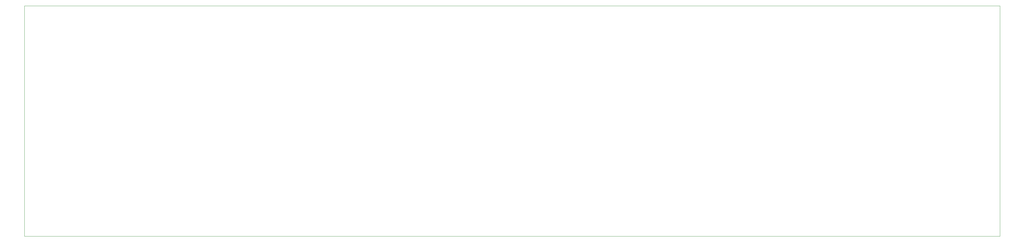
<source format=gm1>
*%FSLAX23Y23*%
*%MOIN*%
G01*
D11*
X4105Y9426D02*
X15837D01*
Y6651D02*
X4105D01*
X15837D02*
Y9426D01*
X4105D02*
Y6651D01*
D02*
M02*

</source>
